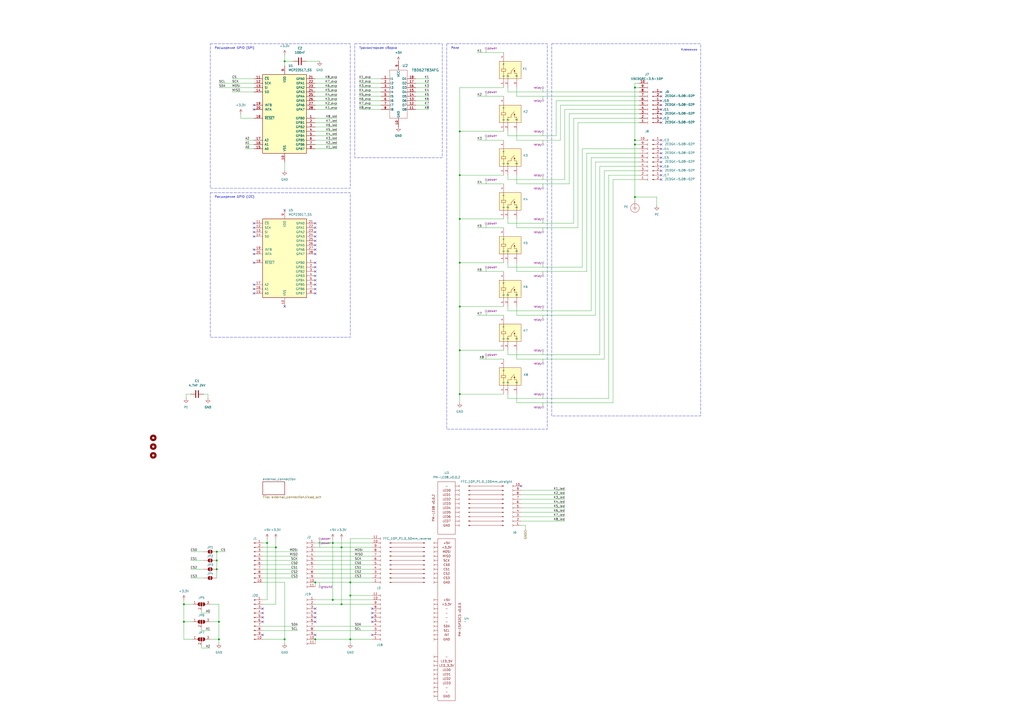
<source format=kicad_sch>
(kicad_sch (version 20231120) (generator "eeschema") (generator_version "8.0")
  (paper "A2")
  (title_block (title "${article} v${version}") (date "2024-05-29") (comment 2 "Konstantin"))
  (junction (at 165.1 370.84))
  (junction (at 368.3 83.82))
  (junction (at 266.7 228.6))
  (junction (at 266.7 127))
  (junction (at 182.88 337.82))
  (junction (at 106.68 360.68))
  (junction (at 203.2 370.84))
  (junction (at 165.1 35.56))
  (junction (at 106.68 350.52))
  (junction (at 154.94 314.96))
  (junction (at 127 360.68))
  (junction (at 266.7 203.2))
  (junction (at 198.12 350.52))
  (junction (at 182.88 370.84))
  (junction (at 266.7 152.4))
  (junction (at 127 370.84))
  (junction (at 160.02 317.5))
  (junction (at 125.73 330.2))
  (junction (at 193.04 347.98))
  (junction (at 125.73 320.04))
  (junction (at 193.04 314.96))
  (junction (at 125.73 325.12))
  (junction (at 368.3 50.8))
  (junction (at 203.2 337.82))
  (junction (at 203.2 345.44))
  (junction (at 266.7 177.8))
  (junction (at 198.12 317.5))
  (junction (at 266.7 101.6))
  (junction (at 368.3 81.28))
  (junction (at 368.3 114.3))
  (junction (at 266.7 76.2))
  (no_connect (at 182.88 132.08))
  (no_connect (at 383.54 81.28))
  (no_connect (at 383.54 101.6))
  (no_connect (at 182.88 134.62))
  (no_connect (at 147.32 170.18))
  (no_connect (at 383.54 91.44))
  (no_connect (at 182.88 139.7))
  (no_connect (at 147.32 60.96))
  (no_connect (at 147.32 63.5))
  (no_connect (at 182.88 137.16))
  (no_connect (at 182.88 154.94))
  (no_connect (at 383.54 66.04))
  (no_connect (at 147.32 134.62))
  (no_connect (at 165.1 121.92))
  (no_connect (at 147.32 137.16))
  (no_connect (at 215.9 368.3))
  (no_connect (at 383.54 93.98))
  (no_connect (at 215.9 358.14))
  (no_connect (at 152.4 353.06))
  (no_connect (at 147.32 167.64))
  (no_connect (at 152.4 368.3))
  (no_connect (at 152.4 358.14))
  (no_connect (at 147.32 147.32))
  (no_connect (at 215.9 360.68))
  (no_connect (at 152.4 355.6))
  (no_connect (at 182.88 160.02))
  (no_connect (at 182.88 170.18))
  (no_connect (at 182.88 152.4))
  (no_connect (at 152.4 360.68))
  (no_connect (at 383.54 104.14))
  (no_connect (at 182.88 355.6))
  (no_connect (at 147.32 152.4))
  (no_connect (at 182.88 358.14))
  (no_connect (at 182.88 129.54))
  (no_connect (at 302.26 281.94))
  (no_connect (at 383.54 63.5))
  (no_connect (at 383.54 86.36))
  (no_connect (at 383.54 99.06))
  (no_connect (at 215.9 355.6))
  (no_connect (at 383.54 88.9))
  (no_connect (at 383.54 60.96))
  (no_connect (at 182.88 162.56))
  (no_connect (at 383.54 71.12))
  (no_connect (at 182.88 147.32))
  (no_connect (at 182.88 360.68))
  (no_connect (at 383.54 55.88))
  (no_connect (at 182.88 368.3))
  (no_connect (at 182.88 144.78))
  (no_connect (at 182.88 142.24))
  (no_connect (at 182.88 167.64))
  (no_connect (at 147.32 129.54))
  (no_connect (at 182.88 353.06))
  (no_connect (at 165.1 177.8))
  (no_connect (at 147.32 144.78))
  (no_connect (at 182.88 157.48))
  (no_connect (at 215.9 353.06))
  (no_connect (at 383.54 58.42))
  (no_connect (at 182.88 165.1))
  (no_connect (at 147.32 132.08))
  (no_connect (at 383.54 83.82))
  (no_connect (at 147.32 165.1))
  (no_connect (at 383.54 96.52))
  (no_connect (at 383.54 53.34))
  (no_connect (at 383.54 68.58))
  (wire (pts (xy 198.12 317.5) (xy 198.12 350.52)))
  (wire (pts (xy 208.28 60.96) (xy 220.98 60.96)))
  (wire (pts (xy 294.64 104.14) (xy 327.66 104.14)))
  (wire (pts (xy 152.4 325.12) (xy 172.72 325.12)))
  (wire (pts (xy 292.1 228.6) (xy 266.7 228.6)))
  (wire (pts (xy 111.76 370.84) (xy 106.68 370.84)))
  (wire (pts (xy 203.2 345.44) (xy 203.2 370.84)))
  (wire (pts (xy 208.28 50.8) (xy 220.98 50.8)))
  (wire (pts (xy 195.58 63.5) (xy 182.88 63.5)))
  (wire (pts (xy 116.84 365.76) (xy 116.84 364.49)))
  (wire (pts (xy 195.58 53.34) (xy 182.88 53.34)))
  (wire (pts (xy 152.4 335.28) (xy 172.72 335.28)))
  (wire (pts (xy 248.92 58.42) (xy 241.3 58.42)))
  (wire (pts (xy 294.64 129.54) (xy 294.64 127)))
  (wire (pts (xy 208.28 48.26) (xy 220.98 48.26)))
  (wire (pts (xy 182.88 325.12) (xy 215.9 325.12)))
  (wire (pts (xy 350.52 99.06) (xy 370.84 99.06)))
  (wire (pts (xy 330.2 106.68) (xy 299.72 106.68)))
  (wire (pts (xy 208.28 55.88) (xy 220.98 55.88)))
  (wire (pts (xy 381 114.3) (xy 368.3 114.3)))
  (wire (pts (xy 302.26 299.72) (xy 327.66 299.72)))
  (wire (pts (xy 121.92 375.92) (xy 116.84 375.92)))
  (wire (pts (xy 381 119.38) (xy 381 114.3)))
  (wire (pts (xy 120.65 231.14) (xy 120.65 228.6)))
  (wire (pts (xy 370.84 63.5) (xy 327.66 63.5)))
  (wire (pts (xy 195.58 48.26) (xy 182.88 48.26)))
  (wire (pts (xy 292.1 81.28) (xy 276.86 81.28)))
  (wire (pts (xy 294.64 53.34) (xy 370.84 53.34)))
  (wire (pts (xy 327.66 104.14) (xy 327.66 63.5)))
  (wire (pts (xy 106.68 347.98) (xy 106.68 350.52)))
  (wire (pts (xy 134.62 45.72) (xy 147.32 45.72)))
  (wire (pts (xy 302.26 289.56) (xy 327.66 289.56)))
  (wire (pts (xy 165.1 35.56) (xy 170.18 35.56)))
  (wire (pts (xy 121.92 355.6) (xy 116.84 355.6)))
  (wire (pts (xy 266.7 76.2) (xy 266.7 101.6)))
  (wire (pts (xy 340.36 157.48) (xy 299.72 157.48)))
  (wire (pts (xy 195.58 68.58) (xy 182.88 68.58)))
  (wire (pts (xy 294.64 205.74) (xy 294.64 203.2)))
  (wire (pts (xy 152.4 350.52) (xy 160.02 350.52)))
  (wire (pts (xy 302.26 302.26) (xy 327.66 302.26)))
  (wire (pts (xy 266.7 127) (xy 266.7 152.4)))
  (wire (pts (xy 368.3 83.82) (xy 370.84 83.82)))
  (wire (pts (xy 142.24 81.28) (xy 147.32 81.28)))
  (wire (pts (xy 370.84 48.26) (xy 368.3 48.26)))
  (wire (pts (xy 342.9 91.44) (xy 370.84 91.44)))
  (wire (pts (xy 110.49 325.12) (xy 118.11 325.12)))
  (wire (pts (xy 116.84 375.92) (xy 116.84 374.65)))
  (wire (pts (xy 127 48.26) (xy 147.32 48.26)))
  (wire (pts (xy 322.58 58.42) (xy 322.58 78.74)))
  (wire (pts (xy 154.94 312.42) (xy 154.94 314.96)))
  (wire (pts (xy 152.4 314.96) (xy 154.94 314.96)))
  (wire (pts (xy 177.8 35.56) (xy 185.42 35.56)))
  (wire (pts (xy 165.1 93.98) (xy 165.1 99.06)))
  (wire (pts (xy 182.88 317.5) (xy 198.12 317.5)))
  (wire (pts (xy 292.1 30.48) (xy 276.86 30.48)))
  (wire (pts (xy 335.28 132.08) (xy 299.72 132.08)))
  (wire (pts (xy 335.28 71.12) (xy 335.28 132.08)))
  (wire (pts (xy 294.64 231.14) (xy 353.06 231.14)))
  (wire (pts (xy 302.26 297.18) (xy 327.66 297.18)))
  (wire (pts (xy 294.64 180.34) (xy 342.9 180.34)))
  (wire (pts (xy 248.92 60.96) (xy 241.3 60.96)))
  (wire (pts (xy 368.3 50.8) (xy 368.3 81.28)))
  (wire (pts (xy 121.92 350.52) (xy 127 350.52)))
  (wire (pts (xy 152.4 370.84) (xy 165.1 370.84)))
  (wire (pts (xy 110.49 228.6) (xy 107.95 228.6)))
  (wire (pts (xy 203.2 312.42) (xy 203.2 337.82)))
  (wire (pts (xy 121.92 360.68) (xy 127 360.68)))
  (wire (pts (xy 106.68 350.52) (xy 111.76 350.52)))
  (wire (pts (xy 160.02 312.42) (xy 160.02 317.5)))
  (wire (pts (xy 182.88 363.22) (xy 215.9 363.22)))
  (wire (pts (xy 368.3 81.28) (xy 368.3 83.82)))
  (wire (pts (xy 165.1 337.82) (xy 165.1 370.84)))
  (wire (pts (xy 355.6 233.68) (xy 355.6 104.14)))
  (wire (pts (xy 266.7 177.8) (xy 266.7 203.2)))
  (wire (pts (xy 266.7 228.6) (xy 266.7 233.68)))
  (wire (pts (xy 266.7 101.6) (xy 292.1 101.6)))
  (wire (pts (xy 139.7 66.04) (xy 139.7 68.58)))
  (wire (pts (xy 294.64 101.6) (xy 294.64 104.14)))
  (wire (pts (xy 127 360.68) (xy 127 370.84)))
  (wire (pts (xy 182.88 365.76) (xy 215.9 365.76)))
  (wire (pts (xy 266.7 101.6) (xy 266.7 127)))
  (wire (pts (xy 182.88 335.28) (xy 215.9 335.28)))
  (wire (pts (xy 345.44 182.88) (xy 299.72 182.88)))
  (wire (pts (xy 127 50.8) (xy 147.32 50.8)))
  (wire (pts (xy 368.3 83.82) (xy 368.3 114.3)))
  (wire (pts (xy 299.72 208.28) (xy 299.72 203.2)))
  (wire (pts (xy 195.58 50.8) (xy 182.88 50.8)))
  (wire (pts (xy 292.1 106.68) (xy 276.86 106.68)))
  (wire (pts (xy 347.98 96.52) (xy 347.98 205.74)))
  (wire (pts (xy 195.58 45.72) (xy 182.88 45.72)))
  (wire (pts (xy 152.4 320.04) (xy 172.72 320.04)))
  (wire (pts (xy 195.58 71.12) (xy 182.88 71.12)))
  (wire (pts (xy 195.58 60.96) (xy 182.88 60.96)))
  (wire (pts (xy 292.1 208.28) (xy 278.13 208.28)))
  (wire (pts (xy 195.58 81.28) (xy 182.88 81.28)))
  (wire (pts (xy 266.7 152.4) (xy 292.1 152.4)))
  (wire (pts (xy 154.94 314.96) (xy 154.94 347.98)))
  (wire (pts (xy 299.72 157.48) (xy 299.72 152.4)))
  (wire (pts (xy 195.58 83.82) (xy 182.88 83.82)))
  (wire (pts (xy 325.12 60.96) (xy 325.12 81.28)))
  (wire (pts (xy 370.84 68.58) (xy 332.74 68.58)))
  (wire (pts (xy 152.4 317.5) (xy 160.02 317.5)))
  (wire (pts (xy 294.64 180.34) (xy 294.64 177.8)))
  (wire (pts (xy 353.06 231.14) (xy 353.06 101.6)))
  (wire (pts (xy 304.8 307.34) (xy 304.8 304.8)))
  (wire (pts (xy 139.7 68.58) (xy 147.32 68.58)))
  (wire (pts (xy 193.04 312.42) (xy 193.04 314.96)))
  (wire (pts (xy 355.6 233.68) (xy 299.72 233.68)))
  (wire (pts (xy 294.64 154.94) (xy 337.82 154.94)))
  (wire (pts (xy 248.92 63.5) (xy 241.3 63.5)))
  (wire (pts (xy 370.84 50.8) (xy 368.3 50.8)))
  (wire (pts (xy 182.88 327.66) (xy 215.9 327.66)))
  (wire (pts (xy 111.76 360.68) (xy 106.68 360.68)))
  (wire (pts (xy 332.74 129.54) (xy 332.74 68.58)))
  (wire (pts (xy 152.4 363.22) (xy 172.72 363.22)))
  (wire (pts (xy 142.24 83.82) (xy 147.32 83.82)))
  (wire (pts (xy 116.84 355.6) (xy 116.84 354.33)))
  (wire (pts (xy 299.72 55.88) (xy 299.72 50.8)))
  (wire (pts (xy 208.28 45.72) (xy 220.98 45.72)))
  (wire (pts (xy 208.28 58.42) (xy 220.98 58.42)))
  (wire (pts (xy 107.95 228.6) (xy 107.95 231.14)))
  (wire (pts (xy 302.26 287.02) (xy 327.66 287.02)))
  (wire (pts (xy 345.44 93.98) (xy 370.84 93.98)))
  (wire (pts (xy 165.1 31.75) (xy 165.1 35.56)))
  (wire (pts (xy 152.4 330.2) (xy 172.72 330.2)))
  (wire (pts (xy 195.58 58.42) (xy 182.88 58.42)))
  (wire (pts (xy 347.98 96.52) (xy 370.84 96.52)))
  (wire (pts (xy 292.1 50.8) (xy 266.7 50.8)))
  (wire (pts (xy 208.28 53.34) (xy 220.98 53.34)))
  (wire (pts (xy 182.88 332.74) (xy 215.9 332.74)))
  (wire (pts (xy 152.4 322.58) (xy 172.72 322.58)))
  (wire (pts (xy 203.2 345.44) (xy 215.9 345.44)))
  (wire (pts (xy 193.04 314.96) (xy 215.9 314.96)))
  (wire (pts (xy 182.88 320.04) (xy 215.9 320.04)))
  (wire (pts (xy 368.3 114.3) (xy 368.3 116.84)))
  (wire (pts (xy 125.73 330.2) (xy 125.73 335.28)))
  (wire (pts (xy 182.88 370.84) (xy 182.88 373.38)))
  (wire (pts (xy 330.2 66.04) (xy 330.2 106.68)))
  (wire (pts (xy 340.36 88.9) (xy 370.84 88.9)))
  (wire (pts (xy 342.9 91.44) (xy 342.9 180.34)))
  (wire (pts (xy 134.62 53.34) (xy 147.32 53.34)))
  (wire (pts (xy 302.26 284.48) (xy 327.66 284.48)))
  (wire (pts (xy 106.68 370.84) (xy 106.68 360.68)))
  (wire (pts (xy 165.1 370.84) (xy 165.1 373.38)))
  (wire (pts (xy 195.58 76.2) (xy 182.88 76.2)))
  (wire (pts (xy 152.4 365.76) (xy 172.72 365.76)))
  (wire (pts (xy 182.88 330.2) (xy 215.9 330.2)))
  (wire (pts (xy 110.49 335.28) (xy 118.11 335.28)))
  (wire (pts (xy 299.72 55.88) (xy 370.84 55.88)))
  (wire (pts (xy 152.4 337.82) (xy 165.1 337.82)))
  (wire (pts (xy 266.7 152.4) (xy 266.7 177.8)))
  (wire (pts (xy 106.68 360.68) (xy 106.68 350.52)))
  (wire (pts (xy 120.65 228.6) (xy 118.11 228.6)))
  (wire (pts (xy 127 350.52) (xy 127 360.68)))
  (wire (pts (xy 325.12 81.28) (xy 299.72 81.28)))
  (wire (pts (xy 292.1 55.88) (xy 276.86 55.88)))
  (wire (pts (xy 248.92 53.34) (xy 241.3 53.34)))
  (wire (pts (xy 266.7 203.2) (xy 292.1 203.2)))
  (wire (pts (xy 152.4 327.66) (xy 172.72 327.66)))
  (wire (pts (xy 294.64 50.8) (xy 294.64 53.34)))
  (wire (pts (xy 370.84 60.96) (xy 325.12 60.96)))
  (wire (pts (xy 299.72 106.68) (xy 299.72 101.6)))
  (wire (pts (xy 208.28 63.5) (xy 220.98 63.5)))
  (wire (pts (xy 299.72 233.68) (xy 299.72 228.6)))
  (wire (pts (xy 125.73 320.04) (xy 130.81 320.04)))
  (wire (pts (xy 248.92 55.88) (xy 241.3 55.88)))
  (wire (pts (xy 182.88 314.96) (xy 193.04 314.96)))
  (wire (pts (xy 125.73 320.04) (xy 125.73 325.12)))
  (wire (pts (xy 198.12 312.42) (xy 198.12 317.5)))
  (wire (pts (xy 182.88 337.82) (xy 203.2 337.82)))
  (wire (pts (xy 302.26 294.64) (xy 327.66 294.64)))
  (wire (pts (xy 266.7 177.8) (xy 292.1 177.8)))
  (wire (pts (xy 337.82 154.94) (xy 337.82 86.36)))
  (wire (pts (xy 299.72 81.28) (xy 299.72 76.2)))
  (wire (pts (xy 340.36 88.9) (xy 340.36 157.48)))
  (wire (pts (xy 121.92 365.76) (xy 116.84 365.76)))
  (wire (pts (xy 337.82 86.36) (xy 370.84 86.36)))
  (wire (pts (xy 299.72 182.88) (xy 299.72 177.8)))
  (wire (pts (xy 195.58 73.66) (xy 182.88 73.66)))
  (wire (pts (xy 294.64 205.74) (xy 347.98 205.74)))
  (wire (pts (xy 195.58 78.74) (xy 182.88 78.74)))
  (wire (pts (xy 350.52 208.28) (xy 299.72 208.28)))
  (wire (pts (xy 152.4 332.74) (xy 172.72 332.74)))
  (wire (pts (xy 299.72 132.08) (xy 299.72 127)))
  (wire (pts (xy 292.1 157.48) (xy 276.86 157.48)))
  (wire (pts (xy 370.84 71.12) (xy 335.28 71.12)))
  (wire (pts (xy 182.88 350.52) (xy 198.12 350.52)))
  (wire (pts (xy 203.2 370.84) (xy 215.9 370.84)))
  (wire (pts (xy 370.84 101.6) (xy 353.06 101.6)))
  (wire (pts (xy 248.92 45.72) (xy 241.3 45.72)))
  (wire (pts (xy 193.04 314.96) (xy 193.04 347.98)))
  (wire (pts (xy 370.84 104.14) (xy 355.6 104.14)))
  (wire (pts (xy 266.7 50.8) (xy 266.7 76.2)))
  (wire (pts (xy 294.64 76.2) (xy 294.64 78.74)))
  (wire (pts (xy 294.64 78.74) (xy 322.58 78.74)))
  (wire (pts (xy 198.12 350.52) (xy 215.9 350.52)))
  (wire (pts (xy 248.92 48.26) (xy 241.3 48.26)))
  (wire (pts (xy 203.2 312.42) (xy 215.9 312.42)))
  (wire (pts (xy 182.88 347.98) (xy 193.04 347.98)))
  (wire (pts (xy 195.58 86.36) (xy 182.88 86.36)))
  (wire (pts (xy 292.1 76.2) (xy 266.7 76.2)))
  (wire (pts (xy 182.88 370.84) (xy 203.2 370.84)))
  (wire (pts (xy 294.64 129.54) (xy 332.74 129.54)))
  (wire (pts (xy 292.1 132.08) (xy 276.86 132.08)))
  (wire (pts (xy 370.84 81.28) (xy 368.3 81.28)))
  (wire (pts (xy 304.8 304.8) (xy 302.26 304.8)))
  (wire (pts (xy 142.24 86.36) (xy 147.32 86.36)))
  (wire (pts (xy 266.7 203.2) (xy 266.7 228.6)))
  (wire (pts (xy 203.2 373.38) (xy 203.2 370.84)))
  (wire (pts (xy 152.4 347.98) (xy 154.94 347.98)))
  (wire (pts (xy 195.58 55.88) (xy 182.88 55.88)))
  (wire (pts (xy 165.1 35.56) (xy 165.1 38.1)))
  (wire (pts (xy 350.52 208.28) (xy 350.52 99.06)))
  (wire (pts (xy 302.26 292.1) (xy 327.66 292.1)))
  (wire (pts (xy 203.2 337.82) (xy 203.2 345.44)))
  (wire (pts (xy 110.49 330.2) (xy 118.11 330.2)))
  (wire (pts (xy 125.73 325.12) (xy 125.73 330.2)))
  (wire (pts (xy 193.04 347.98) (xy 215.9 347.98)))
  (wire (pts (xy 160.02 317.5) (xy 160.02 350.52)))
  (wire (pts (xy 294.64 152.4) (xy 294.64 154.94)))
  (wire (pts (xy 182.88 337.82) (xy 182.88 340.36)))
  (wire (pts (xy 248.92 50.8) (xy 241.3 50.8)))
  (wire (pts (xy 370.84 66.04) (xy 330.2 66.04)))
  (wire (pts (xy 198.12 317.5) (xy 215.9 317.5)))
  (wire (pts (xy 292.1 182.88) (xy 276.86 182.88)))
  (wire (pts (xy 203.2 337.82) (xy 215.9 337.82)))
  (wire (pts (xy 322.58 58.42) (xy 370.84 58.42)))
  (wire (pts (xy 110.49 320.04) (xy 118.11 320.04)))
  (wire (pts (xy 345.44 182.88) (xy 345.44 93.98)))
  (wire (pts (xy 121.92 370.84) (xy 127 370.84)))
  (wire (pts (xy 182.88 322.58) (xy 215.9 322.58)))
  (wire (pts (xy 266.7 127) (xy 292.1 127)))
  (wire (pts (xy 294.64 231.14) (xy 294.64 228.6)))
  (wire (pts (xy 368.3 48.26) (xy 368.3 50.8)))
  (wire (pts (xy 127 370.84) (xy 127 373.38)))
  (rectangle (start 121.92 25.4) (end 203.2 109.22) (stroke (width 0) (type dash)))
  (rectangle (start 121.92 111.76) (end 203.2 195.58) (stroke (width 0) (type dash)))
  (rectangle (start 259.08 25.4) (end 317.5 248.92) (stroke (width 0) (type dash)))
  (rectangle (start 406.4 25.4) (end 320.04 241.3) (stroke (width 0) (type dash)))
  (rectangle (start 205.74 25.4) (end 256.54 91.44) (stroke (width 0) (type dash)))
  (text "Расширение GPIO (SPI)" (at 124.46 27.94 0) (effects (font (size 1.27 1.27)) (justify left)))
  (text "Транзисторная сборка" (at 208.28 27.94 0) (effects (font (size 1.27 1.27)) (justify left)))
  (text "Реле" (at 261.62 27.94 0) (effects (font (size 1.27 1.27)) (justify left)))
  (text "Расширение GPIO (I2C)" (at 124.46 114.3 0) (effects (font (size 1.27 1.27)) (justify left)))
  (text "Клеммник" (at 399.796 28.956 0) (effects (font (size 1.27 1.27))))
  (label "K8_led" (at 195.58 68.58 180))
  (label "MISO" (at 172.72 322.58 180))
  (label "K4" (at 248.92 53.34 180))
  (label "CS1" (at 205.74 330.2 0))
  (label "CS2" (at 205.74 332.74 0))
  (label "K6_exp" (at 195.58 50.8 180))
  (label "CS3" (at 110.49 335.28 0))
  (label "MISO" (at 134.62 53.34 0))
  (label "SCK" (at 172.72 325.12 180))
  (label "K7_exp" (at 208.28 60.96 0))
  (label "K6_led" (at 327.66 297.18 180))
  (label "K5_exp" (at 195.58 53.34 180))
  (label "K2_exp" (at 208.28 48.26 0))
  (label "SCL" (at 127 48.26 0))
  (label "K5_exp" (at 208.28 55.88 0))
  (label "A1" (at 142.24 83.82 0))
  (label "K2_exp" (at 195.58 60.96 180))
  (label "MOSI" (at 172.72 320.04 180))
  (label "CS3" (at 205.74 335.28 0))
  (label "K2" (at 276.86 55.88 0))
  (label "A2" (at 121.92 375.92 180))
  (label "K1_exp" (at 208.28 45.72 0))
  (label "K3" (at 248.92 50.8 180))
  (label "K8_exp" (at 208.28 63.5 0))
  (label "K7_led" (at 327.66 299.72 180))
  (label "A0" (at 142.24 86.36 0))
  (label "K1_led" (at 195.58 86.36 180))
  (label "K4" (at 276.86 106.68 0))
  (label "K3" (at 276.86 81.28 0))
  (label "K8" (at 248.92 63.5 180))
  (label "K1_led" (at 327.66 284.48 180))
  (label "K1" (at 248.92 45.72 180))
  (label "CS0" (at 172.72 327.66 180))
  (label "K4_exp" (at 208.28 53.34 0))
  (label "K5_led" (at 195.58 76.2 180))
  (label "A1" (at 121.92 365.76 180))
  (label "K7" (at 248.92 60.96 180))
  (label "SCK" (at 205.74 325.12 0))
  (label "CS0" (at 110.49 320.04 0))
  (label "CS2" (at 172.72 332.74 180))
  (label "K2_led" (at 195.58 83.82 180))
  (label "K2" (at 248.92 48.26 180))
  (label "SDA" (at 172.72 363.22 180))
  (label "K3_exp" (at 208.28 50.8 0))
  (label "CS" (at 130.81 320.04 180))
  (label "SCL" (at 172.72 365.76 180))
  (label "K4_led" (at 327.66 292.1 180))
  (label "K7_exp" (at 195.58 48.26 180))
  (label "K2_led" (at 327.66 287.02 180))
  (label "MISO" (at 205.74 322.58 0))
  (label "SDA" (at 127 50.8 0))
  (label "K8" (at 278.13 208.28 0))
  (label "K8_led" (at 327.66 302.26 180))
  (label "CS1" (at 110.49 325.12 0))
  (label "K4_exp" (at 195.58 55.88 180))
  (label "CS3" (at 172.72 335.28 180))
  (label "K6_exp" (at 208.28 58.42 0))
  (label "K5_led" (at 327.66 294.64 180))
  (label "K3_exp" (at 195.58 58.42 180))
  (label "K1_exp" (at 195.58 63.5 180))
  (label "SCK" (at 134.62 48.26 0))
  (label "SCL" (at 205.74 365.76 0))
  (label "MOSI" (at 205.74 320.04 0))
  (label "CS2" (at 110.49 330.2 0))
  (label "K3_led" (at 195.58 81.28 180))
  (label "CS0" (at 205.74 327.66 0))
  (label "K6" (at 248.92 58.42 180))
  (label "K6" (at 276.86 157.48 0))
  (label "K1" (at 276.86 30.48 0))
  (label "CS1" (at 172.72 330.2 180))
  (label "A2" (at 142.24 81.28 0))
  (label "K3_led" (at 327.66 289.56 180))
  (label "K7_led" (at 195.58 71.12 180))
  (label "K6_led" (at 195.58 73.66 180))
  (label "K5" (at 276.86 132.08 0))
  (label "SDA" (at 205.74 363.22 0))
  (label "CS" (at 134.62 45.72 0))
  (label "K7" (at 276.86 182.88 0))
  (label "MOSI" (at 134.62 50.8 0))
  (label "A0" (at 121.92 355.6 180))
  (label "K5" (at 248.92 55.88 180))
  (label "K4_led" (at 195.58 78.74 180))
  (label "K8_exp" (at 195.58 45.72 180))
  (hierarchical_label "GND" (shape input) (at 304.8 307.34 270))
  (netclass_flag "" (length 2.54) (shape round) (at 281.94 55.88 0) (property "Netclass" "power" (at 282.6385 53.34 0) (effects (font (italic yes)) (justify left))))
  (netclass_flag "" (length 2.54) (shape round) (at 314.96 157.48 180) (property "Netclass" "relay" (at 314.2615 160.02 0) (effects (font (italic yes)) (justify right))))
  (netclass_flag "" (length 2.54) (shape round) (at 185.42 314.96 0) (property "Netclass" "power" (at 186.1185 312.42 0) (effects (font (italic yes)) (justify left))))
  (netclass_flag "" (length 2.54) (shape round) (at 185.42 317.5 0) (property "Netclass" "power" (at 186.1185 314.96 0) (effects (font (italic yes)) (justify left))))
  (netclass_flag "" (length 2.54) (shape round) (at 314.96 154.94 0) (property "Netclass" "relay" (at 314.2615 152.4 0) (effects (font (italic yes)) (justify right))))
  (netclass_flag "" (length 2.54) (shape round) (at 281.94 132.08 0) (property "Netclass" "power" (at 282.6385 129.54 0) (effects (font (italic yes)) (justify left))))
  (netclass_flag "" (length 2.54) (shape round) (at 281.94 157.48 0) (property "Netclass" "power" (at 282.6385 154.94 0) (effects (font (italic yes)) (justify left))))
  (netclass_flag "" (length 2.54) (shape round) (at 314.96 53.34 0) (property "Netclass" "relay" (at 314.2615 50.8 0) (effects (font (italic yes)) (justify right))))
  (netclass_flag "" (length 2.54) (shape round) (at 314.96 55.88 180) (property "Netclass" "relay" (at 314.2615 58.42 0) (effects (font (italic yes)) (justify right))))
  (netclass_flag "" (length 2.54) (shape round) (at 185.42 337.82 180) (property "Netclass" "ground" (at 186.1185 340.36 0) (effects (font (italic yes)) (justify left))))
  (netclass_flag "" (length 2.54) (shape round) (at 281.94 30.48 0) (property "Netclass" "power" (at 282.6385 27.94 0) (effects (font (italic yes)) (justify left))))
  (netclass_flag "" (length 2.54) (shape round) (at 314.96 205.74 0) (property "Netclass" "relay" (at 314.2615 203.2 0) (effects (font (italic yes)) (justify right))))
  (netclass_flag "" (length 2.54) (shape round) (at 314.96 180.34 0) (property "Netclass" "relay" (at 314.2615 177.8 0) (effects (font (italic yes)) (justify right))))
  (netclass_flag "" (length 2.54) (shape round) (at 314.96 208.28 180) (property "Netclass" "relay" (at 314.2615 210.82 0) (effects (font (italic yes)) (justify right))))
  (netclass_flag "" (length 2.54) (shape round) (at 314.96 78.74 0) (property "Netclass" "relay" (at 314.2615 76.2 0) (effects (font (italic yes)) (justify right))))
  (netclass_flag "" (length 2.54) (shape round) (at 281.94 182.88 0) (property "Netclass" "power" (at 282.6385 180.34 0) (effects (font (italic yes)) (justify left))))
  (netclass_flag "" (length 2.54) (shape round) (at 314.96 132.08 180) (property "Netclass" "relay" (at 314.2615 134.62 0) (effects (font (italic yes)) (justify right))))
  (netclass_flag "" (length 2.54) (shape round) (at 314.96 231.14 0) (property "Netclass" "relay" (at 314.2615 228.6 0) (effects (font (italic yes)) (justify right))))
  (netclass_flag "" (length 2.54) (shape round) (at 281.94 208.28 0) (property "Netclass" "power" (at 282.6385 205.74 0) (effects (font (italic yes)) (justify left))))
  (netclass_flag "" (length 2.54) (shape round) (at 281.94 81.28 0) (property "Netclass" "power" (at 282.6385 78.74 0) (effects (font (italic yes)) (justify left))))
  (netclass_flag "" (length 2.54) (shape round) (at 314.96 104.14 0) (property "Netclass" "relay" (at 314.2615 101.6 0) (effects (font (italic yes)) (justify right))))
  (netclass_flag "" (length 2.54) (shape round) (at 314.96 106.68 180) (property "Netclass" "relay" (at 314.2615 109.22 0) (effects (font (italic yes)) (justify right))))
  (netclass_flag "" (length 2.54) (shape round) (at 314.96 182.88 180) (property "Netclass" "relay" (at 314.2615 185.42 0) (effects (font (italic yes)) (justify right))))
  (netclass_flag "" (length 2.54) (shape round) (at 314.96 129.54 0) (property "Netclass" "relay" (at 314.2615 127 0) (effects (font (italic yes)) (justify right))))
  (netclass_flag "" (length 2.54) (shape round) (at 314.96 233.68 180) (property "Netclass" "relay" (at 314.2615 236.22 0) (effects (font (italic yes)) (justify right))))
  (netclass_flag "" (length 2.54) (shape round) (at 314.96 81.28 180) (property "Netclass" "relay" (at 314.2615 83.82 0) (effects (font (italic yes)) (justify right))))
  (netclass_flag "" (length 2.54) (shape round) (at 281.94 106.68 0) (property "Netclass" "power" (at 282.6385 104.14 0) (effects (font (italic yes)) (justify left))))
  (symbol (lib_id "kicad_inventree_lib:PE") (at 368.3 116.84 0) (mirror y) (unit 1) (in_bom no)
    (property "Reference" "PE1" (effects (hide yes)))
    (property "Value" "PE" (at 364.49 120.0149 0) (effects (justify left)))
    (property "Footprint" "kicad_inventree_lib:PE" (effects (hide yes)))
    (property "Description" "Power symbol creates a global label with name \"Earth_Protective\"" (effects (hide yes)))
  )
  (symbol (lib_id "kicad_inventree_lib:MountingHole_M3") (at 88.9 259.08 0) (unit 1) (exclude_from_sim yes) (in_bom no)
    (property "Reference" "H2" (effects (hide yes)))
    (property "Value" "MountingHole_M3" (effects (hide yes)))
    (property "Footprint" "kicad_inventree_lib:MountingHole_M3" (effects (hide yes)))
    (property "Description" "Mounting Hole without connection" (effects (hide yes)))
  )
  (symbol (lib_id "kicad_inventree_lib:G5NB-1A-E-DC5") (at 292.1 154.94 90) (unit 1)
    (property "Reference" "K5" (at 303.53 140.9699 90) (effects (justify right)))
    (property "Value" "G5NB-1A-E-DC5" (effects (hide yes)))
    (property "Footprint" "kicad_inventree_lib:G5NB-1A-E_DC12_RELAY_G5NB-1A_DC5_OMR" (effects (hide yes)))
    (property "Datasheet" "http://inventree.network/part/14/" (effects (hide yes)))
    (property "MF" "Omron Electronics Inc-EMC Div" (effects (hide yes)))
    (property "Description_1" "\nPower PCB Relay, 3A/5A, SPST-NO, 12 VDC, G5NB Series | Omron Electronic Components G5NB-1A-E DC12\n" (effects (hide yes)))
    (property "COPYRIGHT" "Copyright (C) 2023 Ultra Librarian. All rights reserved." (effects (hide yes)))
    (property "Package" "None" (effects (hide yes)))
    (property "Price" "None" (effects (hide yes)))
    (property "Check_prices" "https://www.snapeda.com/parts/G5NB-1A-E%20DC12/Omron+Electronics+Inc-EMC+Div/view-part/?ref=eda" (effects (hide yes)))
    (property "Availability" "In Stock" (effects (hide yes)))
    (property "SnapEDA_Link" "https://www.snapeda.com/parts/G5NB-1A-E%20DC12/Omron+Electronics+Inc-EMC+Div/view-part/?ref=snap" (effects (hide yes)))
    (property "MP" "G5NB-1A-E DC12" (effects (hide yes)))
    (property "Purchase-URL" "https://www.snapeda.com/api/url_track_click_mouser/?unipart_id=3078279&manufacturer=Omron Electronics Inc-EMC Div&part_name=G5NB-1A-E DC12&search_term=g5nb" (effects (hide yes)))
    (property "MFR_NAME" "Omron" (effects (hide yes)))
    (property "MANUFACTURER_PART_NUMBER" "G5NB-1A-E DC12" (effects (hide yes)))
    (property "NextPCB_url" "https://www.hqonline.com/product-detail/oumulong-omron--g5nb-1a-e-5vdc-1025587015" (effects (hide yes)))
    (property "NextPCB_price" "0.88519" (effects (hide yes)))
    (property "part_ipn" "G5NB-1A-E-DC5" (effects (hide yes)))
  )
  (symbol (lib_id "kicad_inventree_lib:G5NB-1A-E-DC5") (at 292.1 104.14 90) (unit 1)
    (property "Reference" "K3" (at 303.53 90.1699 90) (effects (justify right)))
    (property "Value" "G5NB-1A-E-DC5" (effects (hide yes)))
    (property "Footprint" "kicad_inventree_lib:G5NB-1A-E_DC12_RELAY_G5NB-1A_DC5_OMR" (effects (hide yes)))
    (property "Datasheet" "http://inventree.network/part/14/" (effects (hide yes)))
    (property "MF" "Omron Electronics Inc-EMC Div" (effects (hide yes)))
    (property "Description_1" "\nPower PCB Relay, 3A/5A, SPST-NO, 12 VDC, G5NB Series | Omron Electronic Components G5NB-1A-E DC12\n" (effects (hide yes)))
    (property "COPYRIGHT" "Copyright (C) 2023 Ultra Librarian. All rights reserved." (effects (hide yes)))
    (property "Package" "None" (effects (hide yes)))
    (property "Price" "None" (effects (hide yes)))
    (property "Check_prices" "https://www.snapeda.com/parts/G5NB-1A-E%20DC12/Omron+Electronics+Inc-EMC+Div/view-part/?ref=eda" (effects (hide yes)))
    (property "Availability" "In Stock" (effects (hide yes)))
    (property "SnapEDA_Link" "https://www.snapeda.com/parts/G5NB-1A-E%20DC12/Omron+Electronics+Inc-EMC+Div/view-part/?ref=snap" (effects (hide yes)))
    (property "MP" "G5NB-1A-E DC12" (effects (hide yes)))
    (property "Purchase-URL" "https://www.snapeda.com/api/url_track_click_mouser/?unipart_id=3078279&manufacturer=Omron Electronics Inc-EMC Div&part_name=G5NB-1A-E DC12&search_term=g5nb" (effects (hide yes)))
    (property "MFR_NAME" "Omron" (effects (hide yes)))
    (property "MANUFACTURER_PART_NUMBER" "G5NB-1A-E DC12" (effects (hide yes)))
    (property "NextPCB_url" "https://www.hqonline.com/product-detail/oumulong-omron--g5nb-1a-e-5vdc-1025587015" (effects (hide yes)))
    (property "NextPCB_price" "0.88519" (effects (hide yes)))
    (property "part_ipn" "G5NB-1A-E-DC5" (effects (hide yes)))
  )
  (symbol (lib_id "kicad_inventree_lib:G5NB-1A-E-DC5") (at 292.1 231.14 90) (unit 1)
    (property "Reference" "K8" (at 305.054 217.424 90))
    (property "Value" "G5NB-1A-E-DC5" (effects (hide yes)))
    (property "Footprint" "kicad_inventree_lib:G5NB-1A-E_DC12_RELAY_G5NB-1A_DC5_OMR" (effects (hide yes)))
    (property "Datasheet" "http://inventree.network/part/14/" (effects (hide yes)))
    (property "MF" "Omron Electronics Inc-EMC Div" (effects (hide yes)))
    (property "Description_1" "\nPower PCB Relay, 3A/5A, SPST-NO, 12 VDC, G5NB Series | Omron Electronic Components G5NB-1A-E DC12\n" (effects (hide yes)))
    (property "COPYRIGHT" "Copyright (C) 2023 Ultra Librarian. All rights reserved." (effects (hide yes)))
    (property "Package" "None" (effects (hide yes)))
    (property "Price" "None" (effects (hide yes)))
    (property "Check_prices" "https://www.snapeda.com/parts/G5NB-1A-E%20DC12/Omron+Electronics+Inc-EMC+Div/view-part/?ref=eda" (effects (hide yes)))
    (property "Availability" "In Stock" (effects (hide yes)))
    (property "SnapEDA_Link" "https://www.snapeda.com/parts/G5NB-1A-E%20DC12/Omron+Electronics+Inc-EMC+Div/view-part/?ref=snap" (effects (hide yes)))
    (property "MP" "G5NB-1A-E DC12" (effects (hide yes)))
    (property "Purchase-URL" "https://www.snapeda.com/api/url_track_click_mouser/?unipart_id=3078279&manufacturer=Omron Electronics Inc-EMC Div&part_name=G5NB-1A-E DC12&search_term=g5nb" (effects (hide yes)))
    (property "MFR_NAME" "Omron" (effects (hide yes)))
    (property "MANUFACTURER_PART_NUMBER" "G5NB-1A-E DC12" (effects (hide yes)))
    (property "NextPCB_url" "https://www.hqonline.com/product-detail/oumulong-omron--g5nb-1a-e-5vdc-1025587015" (effects (hide yes)))
    (property "NextPCB_price" "0.88519" (effects (hide yes)))
    (property "part_ipn" "G5NB-1A-E-DC5" (effects (hide yes)))
  )
  (symbol (lib_id "power:GND") (at 165.1 373.38 0) (unit 1)
    (property "Reference" "#PWR023" (effects (hide yes)))
    (property "Value" "GND" (at 165.1 378.46 0))
    (property "Description" "Power symbol creates a global label with name \"GND\" , ground" (effects (hide yes)))
  )
  (symbol (lib_name "AFA07-S10FCC-00_1") (lib_id "kicad_inventree_lib:AFA07-S10FCC-00") (at 220.98 360.68 0) (mirror x) (unit 1)
    (property "Reference" "J18" (at 218.44 374.142 0) (effects (justify left)))
    (property "Value" "AFA07-S10FCC-00" (effects (hide yes)))
    (property "Footprint" "kicad_inventree_lib:CONN10_AFA07-S10_JUS" (effects (hide yes)))
    (property "Datasheet" "http://inventree.network/part/170/" (effects (hide yes)))
    (property "Description" "Generic connector, single row, 01x10, script generated" (effects (hide yes)))
    (property "part_ipn" "AFA07-S10FCC-00" (effects (hide yes)))
  )
  (symbol (lib_id "kicad_inventree_lib:Degson_2EDGK-5.08-02P") (at 383.54 86.36 0) (unit 1) (on_board no)
    (property "Reference" "J14" (at 388.112 86.36 0) (effects (justify right)))
    (property "Value" "2EDGK-5.08-02P" (at 403.098 88.646 0) (effects (justify right)))
    (property "Datasheet" "http://inventree.network/part/18/" (effects (hide yes)))
    (property "Description" "Generic connector, single row, 01x02, script generated" (effects (hide yes)))
    (property "NextPCB_url" "https://www.hqonline.com/product-detail/max-maixu--mx2edgk-5-08-02p-gn01-cu-y-a-1027943030" (effects (hide yes)))
    (property "NextPCB_price" "0.11828" (effects (hide yes)))
    (property "part_ipn" "2EDGK-5.08-02P" (effects (hide yes)))
  )
  (symbol (lib_id "power:+5V") (at 160.02 312.42 0) (unit 1)
    (property "Reference" "#PWR06" (effects (hide yes)))
    (property "Value" "+3.3V" (at 160.02 307.34 0))
    (property "Description" "Power symbol creates a global label with name \"+5V\"" (effects (hide yes)))
  )
  (symbol (lib_id "kicad_inventree_lib:Degson_2EDGK-5.08-02P") (at 383.54 58.42 0) (unit 1) (on_board no)
    (property "Reference" "J10" (at 388.112 58.42 0) (effects (justify right)))
    (property "Value" "2EDGK-5.08-02P" (at 403.098 60.706 0) (effects (justify right)))
    (property "Datasheet" "http://inventree.network/part/18/" (effects (hide yes)))
    (property "Description" "Generic connector, single row, 01x02, script generated" (effects (hide yes)))
    (property "NextPCB_url" "https://www.hqonline.com/product-detail/max-maixu--mx2edgk-5-08-02p-gn01-cu-y-a-1027943030" (effects (hide yes)))
    (property "NextPCB_price" "0.11828" (effects (hide yes)))
    (property "part_ipn" "2EDGK-5.08-02P" (effects (hide yes)))
  )
  (symbol (lib_id "kicad_inventree_lib:PinHeader_01x10_P1.00_THT_straight") (at 147.32 360.68 0) (unit 1)
    (property "Reference" "J20" (at 147.955 345.44 0))
    (property "Value" "PinHeader_01x10_P1.00_THT_straight" (effects (hide yes)))
    (property "Footprint" "Connector_PinHeader_1.00mm:PinHeader_1x10_P1.00mm_Vertical" (effects (hide yes)))
    (property "Description" "Generic connector, single row, 01x12, script generated" (effects (hide yes)))
  )
  (symbol (lib_id "kicad_inventree_lib:15EDGRC-3.5-10P") (at 375.92 60.96 0) (mirror x) (unit 1)
    (property "Reference" "J7" (at 375.285 43.18 0))
    (property "Value" "15EDGRC-3.5-10P" (at 375.285 45.72 0))
    (property "Footprint" "kicad_inventree_lib:15EDGRC-3.5-10P" (effects (hide yes)))
    (property "Datasheet" "http://inventree.network/part/237/" (effects (hide yes)))
    (property "Description" "Generic connector, single row, 01x09, script generated" (effects (hide yes)))
    (property "part_ipn" "15EDGRC-3.5-10P" (effects (hide yes)))
  )
  (symbol (lib_id "kicad_inventree_lib:PinHeader_01x10_P1.00_THT_straight") (at 147.32 327.66 0) (unit 1)
    (property "Reference" "J1" (at 147.955 312.42 0))
    (property "Value" "PinHeader_01x10_P1.00_THT_straight" (effects (hide yes)))
    (property "Footprint" "Connector_PinHeader_1.00mm:PinHeader_1x10_P1.00mm_Vertical" (effects (hide yes)))
    (property "Description" "Generic connector, single row, 01x12, script generated" (effects (hide yes)))
  )
  (symbol (lib_id "kicad_inventree_lib:FFC_10P_P1.0_50mm_reverse") (at 236.22 312.42 0) (unit 1) (on_board no)
    (property "Reference" "J4" (effects (hide yes)))
    (property "Value" "FFC_10P_P1.0_50mm_reverse" (at 236.22 312.42 0))
    (property "Datasheet" "http://inventree.network/part/171/" (effects (hide yes)))
    (property "part_ipn" "FFC_10P_P1.0_50mm_reverse" (effects (hide yes)))
  )
  (symbol (lib_id "Jumper:SolderJumper_2_Open") (at 121.92 325.12 0) (unit 1) (exclude_from_sim yes) (in_bom no)
    (property "Reference" "JP2" (at 121.92 322.58 0))
    (property "Value" "SolderJumper_2_Open" (effects (hide yes)))
    (property "Footprint" "Jumper:SolderJumper-2_P1.3mm_Open_RoundedPad1.0x1.5mm" (effects (hide yes)))
    (property "Description" "Solder Jumper, 2-pole, open" (effects (hide yes)))
  )
  (symbol (lib_id "kicad_inventree_lib:Degson_2EDGK-5.08-02P") (at 383.54 53.34 0) (unit 1) (on_board no)
    (property "Reference" "J9" (at 388.112 53.34 0) (effects (justify right)))
    (property "Value" "2EDGK-5.08-02P" (at 403.098 55.626 0) (effects (justify right)))
    (property "Datasheet" "http://inventree.network/part/18/" (effects (hide yes)))
    (property "Description" "Generic connector, single row, 01x02, script generated" (effects (hide yes)))
    (property "NextPCB_url" "https://www.hqonline.com/product-detail/max-maixu--mx2edgk-5-08-02p-gn01-cu-y-a-1027943030" (effects (hide yes)))
    (property "NextPCB_price" "0.11828" (effects (hide yes)))
    (property "part_ipn" "2EDGK-5.08-02P" (effects (hide yes)))
  )
  (symbol (lib_id "kicad_inventree_lib:MountingHole_M3") (at 88.9 254 0) (unit 1) (exclude_from_sim yes) (in_bom no)
    (property "Reference" "H1" (effects (hide yes)))
    (property "Value" "MountingHole_M3" (effects (hide yes)))
    (property "Footprint" "kicad_inventree_lib:MountingHole_M3" (effects (hide yes)))
    (property "Description" "Mounting Hole without connection" (effects (hide yes)))
  )
  (symbol (lib_id "Jumper:SolderJumper_2_Open") (at 121.92 330.2 0) (unit 1) (exclude_from_sim yes) (in_bom no)
    (property "Reference" "JP3" (at 121.92 327.66 0))
    (property "Value" "SolderJumper_2_Open" (effects (hide yes)))
    (property "Footprint" "Jumper:SolderJumper-2_P1.3mm_Open_RoundedPad1.0x1.5mm" (effects (hide yes)))
    (property "Description" "Solder Jumper, 2-pole, open" (effects (hide yes)))
  )
  (symbol (lib_id "power:GND") (at 203.2 373.38 0) (unit 1)
    (property "Reference" "#PWR020" (effects (hide yes)))
    (property "Value" "GND" (at 203.2 378.46 0))
    (property "Description" "Power symbol creates a global label with name \"GND\" , ground" (effects (hide yes)))
  )
  (symbol (lib_id "kicad_inventree_lib:TBD62783AFG") (at 210.82 45.72 0) (unit 1)
    (property "Reference" "U2" (at 233.3341 38.1 0) (effects (font (size 1.524 1.524)) (justify left)))
    (property "Value" "TBD62783AFG" (at 238.76 40.64 0) (effects (font (size 1.524 1.524)) (justify left)))
    (property "Footprint" "kicad_inventree_lib:SOP18-P-375-1p27_TOS-M" (effects (hide yes)))
    (property "Datasheet" "http://inventree.network/part/260/" (effects (hide yes)))
    (property "part_ipn" "TBD62783AFG" (effects (hide yes)))
  )
  (symbol (lib_id "power:+5V") (at 193.04 312.42 0) (unit 1)
    (property "Reference" "#PWR011" (effects (hide yes)))
    (property "Value" "+5V" (at 193.04 307.34 0))
    (property "Description" "Power symbol creates a global label with name \"+5V\"" (effects (hide yes)))
  )
  (symbol (lib_id "kicad_inventree_lib:G5NB-1A-E-DC5") (at 292.1 78.74 90) (unit 1)
    (property "Reference" "K2" (at 303.53 64.7699 90) (effects (justify right)))
    (property "Value" "G5NB-1A-E-DC5" (effects (hide yes)))
    (property "Footprint" "kicad_inventree_lib:G5NB-1A-E_DC12_RELAY_G5NB-1A_DC5_OMR" (effects (hide yes)))
    (property "Datasheet" "http://inventree.network/part/14/" (effects (hide yes)))
    (property "MF" "Omron Electronics Inc-EMC Div" (effects (hide yes)))
    (property "Description_1" "\nPower PCB Relay, 3A/5A, SPST-NO, 12 VDC, G5NB Series | Omron Electronic Components G5NB-1A-E DC12\n" (effects (hide yes)))
    (property "COPYRIGHT" "Copyright (C) 2023 Ultra Librarian. All rights reserved." (effects (hide yes)))
    (property "Package" "None" (effects (hide yes)))
    (property "Price" "None" (effects (hide yes)))
    (property "Check_prices" "https://www.snapeda.com/parts/G5NB-1A-E%20DC12/Omron+Electronics+Inc-EMC+Div/view-part/?ref=eda" (effects (hide yes)))
    (property "Availability" "In Stock" (effects (hide yes)))
    (property "SnapEDA_Link" "https://www.snapeda.com/parts/G5NB-1A-E%20DC12/Omron+Electronics+Inc-EMC+Div/view-part/?ref=snap" (effects (hide yes)))
    (property "MP" "G5NB-1A-E DC12" (effects (hide yes)))
    (property "Purchase-URL" "https://www.snapeda.com/api/url_track_click_mouser/?unipart_id=3078279&manufacturer=Omron Electronics Inc-EMC Div&part_name=G5NB-1A-E DC12&search_term=g5nb" (effects (hide yes)))
    (property "MFR_NAME" "Omron" (effects (hide yes)))
    (property "MANUFACTURER_PART_NUMBER" "G5NB-1A-E DC12" (effects (hide yes)))
    (property "NextPCB_url" "https://www.hqonline.com/product-detail/oumulong-omron--g5nb-1a-e-5vdc-1025587015" (effects (hide yes)))
    (property "NextPCB_price" "0.88519" (effects (hide yes)))
    (property "part_ipn" "G5NB-1A-E-DC5" (effects (hide yes)))
  )
  (symbol (lib_id "power:+5V") (at 139.7 66.04 0) (mirror y) (unit 1)
    (property "Reference" "#PWR03" (effects (hide yes)))
    (property "Value" "+3.3V" (at 139.7 60.96 0))
    (property "Description" "Power symbol creates a global label with name \"+5V\"" (effects (hide yes)))
  )
  (symbol (lib_id "power:+5V") (at 198.12 312.42 0) (unit 1)
    (property "Reference" "#PWR013" (effects (hide yes)))
    (property "Value" "+3.3V" (at 198.12 307.34 0))
    (property "Description" "Power symbol creates a global label with name \"+5V\"" (effects (hide yes)))
  )
  (symbol (lib_id "Jumper:SolderJumper_3_Open") (at 116.84 350.52 0) (unit 1) (exclude_from_sim yes) (in_bom no)
    (property "Reference" "JP5" (at 116.84 346.71 0))
    (property "Value" "SolderJumper_3_Open" (effects (hide yes)))
    (property "Footprint" "Jumper:SolderJumper-3_P1.3mm_Open_RoundedPad1.0x1.5mm" (effects (hide yes)))
    (property "Description" "Solder Jumper, 3-pole, open" (effects (hide yes)))
  )
  (symbol (lib_id "kicad_inventree_lib:G5NB-1A-E-DC5") (at 292.1 129.54 90) (unit 1)
    (property "Reference" "K4" (at 303.53 115.5699 90) (effects (justify right)))
    (property "Value" "G5NB-1A-E-DC5" (effects (hide yes)))
    (property "Footprint" "kicad_inventree_lib:G5NB-1A-E_DC12_RELAY_G5NB-1A_DC5_OMR" (effects (hide yes)))
    (property "Datasheet" "http://inventree.network/part/14/" (effects (hide yes)))
    (property "MF" "Omron Electronics Inc-EMC Div" (effects (hide yes)))
    (property "Description_1" "\nPower PCB Relay, 3A/5A, SPST-NO, 12 VDC, G5NB Series | Omron Electronic Components G5NB-1A-E DC12\n" (effects (hide yes)))
    (property "COPYRIGHT" "Copyright (C) 2023 Ultra Librarian. All rights reserved." (effects (hide yes)))
    (property "Package" "None" (effects (hide yes)))
    (property "Price" "None" (effects (hide yes)))
    (property "Check_prices" "https://www.snapeda.com/parts/G5NB-1A-E%20DC12/Omron+Electronics+Inc-EMC+Div/view-part/?ref=eda" (effects (hide yes)))
    (property "Availability" "In Stock" (effects (hide yes)))
    (property "SnapEDA_Link" "https://www.snapeda.com/parts/G5NB-1A-E%20DC12/Omron+Electronics+Inc-EMC+Div/view-part/?ref=snap" (effects (hide yes)))
    (property "MP" "G5NB-1A-E DC12" (effects (hide yes)))
    (property "Purchase-URL" "https://www.snapeda.com/api/url_track_click_mouser/?unipart_id=3078279&manufacturer=Omron Electronics Inc-EMC Div&part_name=G5NB-1A-E DC12&search_term=g5nb" (effects (hide yes)))
    (property "MFR_NAME" "Omron" (effects (hide yes)))
    (property "MANUFACTURER_PART_NUMBER" "G5NB-1A-E DC12" (effects (hide yes)))
    (property "NextPCB_url" "https://www.hqonline.com/product-detail/oumulong-omron--g5nb-1a-e-5vdc-1025587015" (effects (hide yes)))
    (property "NextPCB_price" "0.88519" (effects (hide yes)))
    (property "part_ipn" "G5NB-1A-E-DC5" (effects (hide yes)))
  )
  (symbol (lib_id "kicad_inventree_lib:G5NB-1A-E-DC5") (at 292.1 53.34 90) (unit 1)
    (property "Reference" "K1" (at 305.816 39.878 90) (effects (justify left)))
    (property "Value" "G5NB-1A-E-DC5" (effects (hide yes)))
    (property "Footprint" "kicad_inventree_lib:G5NB-1A-E_DC12_RELAY_G5NB-1A_DC5_OMR" (effects (hide yes)))
    (property "Datasheet" "http://inventree.network/part/14/" (effects (hide yes)))
    (property "MF" "Omron Electronics Inc-EMC Div" (effects (hide yes)))
    (property "Description_1" "\nPower PCB Relay, 3A/5A, SPST-NO, 12 VDC, G5NB Series | Omron Electronic Components G5NB-1A-E DC12\n" (effects (hide yes)))
    (property "COPYRIGHT" "Copyright (C) 2023 Ultra Librarian. All rights reserved." (effects (hide yes)))
    (property "Package" "None" (effects (hide yes)))
    (property "Price" "None" (effects (hide yes)))
    (property "Check_prices" "https://www.snapeda.com/parts/G5NB-1A-E%20DC12/Omron+Electronics+Inc-EMC+Div/view-part/?ref=eda" (effects (hide yes)))
    (property "Availability" "In Stock" (effects (hide yes)))
    (property "SnapEDA_Link" "https://www.snapeda.com/parts/G5NB-1A-E%20DC12/Omron+Electronics+Inc-EMC+Div/view-part/?ref=snap" (effects (hide yes)))
    (property "MP" "G5NB-1A-E DC12" (effects (hide yes)))
    (property "Purchase-URL" "https://www.snapeda.com/api/url_track_click_mouser/?unipart_id=3078279&manufacturer=Omron Electronics Inc-EMC Div&part_name=G5NB-1A-E DC12&search_term=g5nb" (effects (hide yes)))
    (property "MFR_NAME" "Omron" (effects (hide yes)))
    (property "MANUFACTURER_PART_NUMBER" "G5NB-1A-E DC12" (effects (hide yes)))
    (property "NextPCB_url" "https://www.hqonline.com/product-detail/oumulong-omron--g5nb-1a-e-5vdc-1025587015" (effects (hide yes)))
    (property "NextPCB_price" "0.88519" (effects (hide yes)))
    (property "part_ipn" "G5NB-1A-E-DC5" (effects (hide yes)))
  )
  (symbol (lib_id "kicad_inventree_lib:Degson_2EDGK-5.08-02P") (at 383.54 63.5 0) (unit 1) (on_board no)
    (property "Reference" "J11" (at 388.112 63.5 0) (effects (justify right)))
    (property "Value" "2EDGK-5.08-02P" (at 403.098 65.786 0) (effects (justify right)))
    (property "Datasheet" "http://inventree.network/part/18/" (effects (hide yes)))
    (property "Description" "Generic connector, single row, 01x02, script generated" (effects (hide yes)))
    (property "NextPCB_url" "https://www.hqonline.com/product-detail/max-maixu--mx2edgk-5-08-02p-gn01-cu-y-a-1027943030" (effects (hide yes)))
    (property "NextPCB_price" "0.11828" (effects (hide yes)))
    (property "part_ipn" "2EDGK-5.08-02P" (effects (hide yes)))
  )
  (symbol (lib_id "power:+5V") (at 165.1 31.75 0) (mirror y) (unit 1)
    (property "Reference" "#PWR07" (effects (hide yes)))
    (property "Value" "+3.3V" (at 165.1 26.67 0))
    (property "Description" "Power symbol creates a global label with name \"+5V\"" (effects (hide yes)))
  )
  (symbol (lib_id "kicad_inventree_lib:C_100nF_16V_0603_MLCC-X7R") (at 173.99 35.56 90) (unit 1)
    (property "Reference" "C2" (at 173.99 27.94 90))
    (property "Value" "100nF" (at 173.99 30.48 90))
    (property "Footprint" "Capacitor_SMD:C_0603_1608Metric" (effects (hide yes)))
    (property "Datasheet" "http://inventree.network/part/221" (effects (hide yes)))
    (property "Description" "Unpolarized capacitor" (effects (hide yes)))
    (property "part_ipn" "C_100nF_16V_0603_MLCC-X7R" (effects (hide yes)))
  )
  (symbol (lib_id "power:GND") (at 185.42 35.56 0) (mirror y) (unit 1)
    (property "Reference" "#PWR010" (effects (hide yes)))
    (property "Value" "GND" (at 185.42 40.64 0))
    (property "Description" "Power symbol creates a global label with name \"GND\" , ground" (effects (hide yes)))
  )
  (symbol (lib_id "kicad_inventree_lib:PM-ESP32C3_v0.0.5") (at 259.08 309.88 0) (unit 1) (in_bom no)
    (property "Reference" "U4" (at 269.24 358.7749 0) (effects (justify left)))
    (property "Value" "~" (at 269.24 360.68 0) (effects (justify left)))
    (property "Footprint" "kicad_inventree_lib:PM-ESP32C3_v0.0.5" (effects (hide yes)))
    (property "part_ipn" "PM-ESP32C3_v0.0.4" (effects (hide yes)))
  )
  (symbol (lib_id "power:GND") (at 127 373.38 0) (mirror y) (unit 1)
    (property "Reference" "#PWR018" (effects (hide yes)))
    (property "Value" "GND" (at 127 378.46 0))
    (property "Description" "Power symbol creates a global label with name \"GND\" , ground" (effects (hide yes)))
  )
  (symbol (lib_id "kicad_inventree_lib:G5NB-1A-E-DC5") (at 292.1 180.34 90) (unit 1)
    (property "Reference" "K6" (at 303.53 166.3699 90) (effects (justify right)))
    (property "Value" "G5NB-1A-E-DC5" (effects (hide yes)))
    (property "Footprint" "kicad_inventree_lib:G5NB-1A-E_DC12_RELAY_G5NB-1A_DC5_OMR" (effects (hide yes)))
    (property "Datasheet" "http://inventree.network/part/14/" (effects (hide yes)))
    (property "MF" "Omron Electronics Inc-EMC Div" (effects (hide yes)))
    (property "Description_1" "\nPower PCB Relay, 3A/5A, SPST-NO, 12 VDC, G5NB Series | Omron Electronic Components G5NB-1A-E DC12\n" (effects (hide yes)))
    (property "COPYRIGHT" "Copyright (C) 2023 Ultra Librarian. All rights reserved." (effects (hide yes)))
    (property "Package" "None" (effects (hide yes)))
    (property "Price" "None" (effects (hide yes)))
    (property "Check_prices" "https://www.snapeda.com/parts/G5NB-1A-E%20DC12/Omron+Electronics+Inc-EMC+Div/view-part/?ref=eda" (effects (hide yes)))
    (property "Availability" "In Stock" (effects (hide yes)))
    (property "SnapEDA_Link" "https://www.snapeda.com/parts/G5NB-1A-E%20DC12/Omron+Electronics+Inc-EMC+Div/view-part/?ref=snap" (effects (hide yes)))
    (property "MP" "G5NB-1A-E DC12" (effects (hide yes)))
    (property "Purchase-URL" "https://www.snapeda.com/api/url_track_click_mouser/?unipart_id=3078279&manufacturer=Omron Electronics Inc-EMC Div&part_name=G5NB-1A-E DC12&search_term=g5nb" (effects (hide yes)))
    (property "MFR_NAME" "Omron" (effects (hide yes)))
    (property "MANUFACTURER_PART_NUMBER" "G5NB-1A-E DC12" (effects (hide yes)))
    (property "NextPCB_url" "https://www.hqonline.com/product-detail/oumulong-omron--g5nb-1a-e-5vdc-1025587015" (effects (hide yes)))
    (property "NextPCB_price" "0.88519" (effects (hide yes)))
    (property "part_ipn" "G5NB-1A-E-DC5" (effects (hide yes)))
  )
  (symbol (lib_id "Jumper:SolderJumper_2_Open") (at 121.92 320.04 0) (unit 1) (exclude_from_sim yes) (in_bom no)
    (property "Reference" "JP1" (at 121.92 317.5 0))
    (property "Value" "SolderJumper_2_Open" (effects (hide yes)))
    (property "Footprint" "Jumper:SolderJumper-2_P1.3mm_Open_RoundedPad1.0x1.5mm" (effects (hide yes)))
    (property "Description" "Solder Jumper, 2-pole, open" (effects (hide yes)))
  )
  (symbol (lib_id "power:+5V") (at 154.94 312.42 0) (unit 1)
    (property "Reference" "#PWR04" (effects (hide yes)))
    (property "Value" "+5V" (at 154.94 307.34 0))
    (property "Description" "Power symbol creates a global label with name \"+5V\"" (effects (hide yes)))
  )
  (symbol (lib_id "kicad_inventree_lib:Degson_2EDGK-5.08-02P") (at 383.54 101.6 0) (unit 1) (on_board no)
    (property "Reference" "J17" (at 388.112 101.6 0) (effects (justify right)))
    (property "Value" "2EDGK-5.08-02P" (at 403.098 103.886 0) (effects (justify right)))
    (property "Datasheet" "http://inventree.network/part/18/" (effects (hide yes)))
    (property "Description" "Generic connector, single row, 01x02, script generated" (effects (hide yes)))
    (property "NextPCB_url" "https://www.hqonline.com/product-detail/max-maixu--mx2edgk-5-08-02p-gn01-cu-y-a-1027943030" (effects (hide yes)))
    (property "NextPCB_price" "0.11828" (effects (hide yes)))
    (property "part_ipn" "2EDGK-5.08-02P" (effects (hide yes)))
  )
  (symbol (lib_id "Jumper:SolderJumper_3_Open") (at 116.84 360.68 0) (unit 1) (exclude_from_sim yes) (in_bom no)
    (property "Reference" "JP6" (at 116.84 356.87 0))
    (property "Value" "SolderJumper_3_Open" (effects (hide yes)))
    (property "Footprint" "Jumper:SolderJumper-3_P1.3mm_Open_RoundedPad1.0x1.5mm" (effects (hide yes)))
    (property "Description" "Solder Jumper, 3-pole, open" (effects (hide yes)))
  )
  (symbol (lib_id "kicad_inventree_lib:MountingHole_M3") (at 88.9 264.16 0) (unit 1) (exclude_from_sim yes) (in_bom no)
    (property "Reference" "H3" (effects (hide yes)))
    (property "Value" "MountingHole_M3" (effects (hide yes)))
    (property "Footprint" "kicad_inventree_lib:MountingHole_M3" (effects (hide yes)))
    (property "Description" "Mounting Hole without connection" (effects (hide yes)))
  )
  (symbol (lib_id "kicad_inventree_lib:G5NB-1A-E-DC5") (at 292.1 205.74 90) (unit 1)
    (property "Reference" "K7" (at 303.53 191.7699 90) (effects (justify right)))
    (property "Value" "G5NB-1A-E-DC5" (effects (hide yes)))
    (property "Footprint" "kicad_inventree_lib:G5NB-1A-E_DC12_RELAY_G5NB-1A_DC5_OMR" (effects (hide yes)))
    (property "Datasheet" "http://inventree.network/part/14/" (effects (hide yes)))
    (property "MF" "Omron Electronics Inc-EMC Div" (effects (hide yes)))
    (property "Description_1" "\nPower PCB Relay, 3A/5A, SPST-NO, 12 VDC, G5NB Series | Omron Electronic Components G5NB-1A-E DC12\n" (effects (hide yes)))
    (property "COPYRIGHT" "Copyright (C) 2023 Ultra Librarian. All rights reserved." (effects (hide yes)))
    (property "Package" "None" (effects (hide yes)))
    (property "Price" "None" (effects (hide yes)))
    (property "Check_prices" "https://www.snapeda.com/parts/G5NB-1A-E%20DC12/Omron+Electronics+Inc-EMC+Div/view-part/?ref=eda" (effects (hide yes)))
    (property "Availability" "In Stock" (effects (hide yes)))
    (property "SnapEDA_Link" "https://www.snapeda.com/parts/G5NB-1A-E%20DC12/Omron+Electronics+Inc-EMC+Div/view-part/?ref=snap" (effects (hide yes)))
    (property "MP" "G5NB-1A-E DC12" (effects (hide yes)))
    (property "Purchase-URL" "https://www.snapeda.com/api/url_track_click_mouser/?unipart_id=3078279&manufacturer=Omron Electronics Inc-EMC Div&part_name=G5NB-1A-E DC12&search_term=g5nb" (effects (hide yes)))
    (property "MFR_NAME" "Omron" (effects (hide yes)))
    (property "MANUFACTURER_PART_NUMBER" "G5NB-1A-E DC12" (effects (hide yes)))
    (property "NextPCB_url" "https://www.hqonline.com/product-detail/oumulong-omron--g5nb-1a-e-5vdc-1025587015" (effects (hide yes)))
    (property "NextPCB_price" "0.88519" (effects (hide yes)))
    (property "part_ipn" "G5NB-1A-E-DC5" (effects (hide yes)))
  )
  (symbol (lib_id "power:GND") (at 107.95 231.14 0) (unit 1)
    (property "Reference" "#PWR01" (effects (hide yes)))
    (property "Value" "PE" (at 107.95 236.22 0))
    (property "Description" "Power symbol creates a global label with name \"GND\" , ground" (effects (hide yes)))
  )
  (symbol (lib_id "kicad_inventree_lib:AFA07-S10FCC-00") (at 297.18 294.64 180) (unit 1)
    (property "Reference" "J6" (at 299.72 308.864 0) (effects (justify left)))
    (property "Value" "AFA07-S10FCC-00" (effects (hide yes)))
    (property "Footprint" "kicad_inventree_lib:CONN10_AFA07-S10_JUS" (effects (hide yes)))
    (property "Datasheet" "http://inventree.network/part/170/" (effects (hide yes)))
    (property "Description" "Generic connector, single row, 01x10, script generated" (effects (hide yes)))
    (property "part_ipn" "AFA07-S10FCC-00" (effects (hide yes)))
  )
  (symbol (lib_id "kicad_inventree_lib:Degson_2EDGK-5.08-02P") (at 383.54 91.44 0) (unit 1) (on_board no)
    (property "Reference" "J15" (at 388.112 91.44 0) (effects (justify right)))
    (property "Value" "2EDGK-5.08-02P" (at 403.098 93.726 0) (effects (justify right)))
    (property "Datasheet" "http://inventree.network/part/18/" (effects (hide yes)))
    (property "Description" "Generic connector, single row, 01x02, script generated" (effects (hide yes)))
    (property "NextPCB_url" "https://www.hqonline.com/product-detail/max-maixu--mx2edgk-5-08-02p-gn01-cu-y-a-1027943030" (effects (hide yes)))
    (property "NextPCB_price" "0.11828" (effects (hide yes)))
    (property "part_ipn" "2EDGK-5.08-02P" (effects (hide yes)))
  )
  (symbol (lib_id "kicad_inventree_lib:Degson_2EDGK-5.08-02P") (at 383.54 96.52 0) (unit 1) (on_board no)
    (property "Reference" "J16" (at 388.112 96.52 0) (effects (justify right)))
    (property "Value" "2EDGK-5.08-02P" (at 403.098 98.806 0) (effects (justify right)))
    (property "Datasheet" "http://inventree.network/part/18/" (effects (hide yes)))
    (property "Description" "Generic connector, single row, 01x02, script generated" (effects (hide yes)))
    (property "NextPCB_url" "https://www.hqonline.com/product-detail/max-maixu--mx2edgk-5-08-02p-gn01-cu-y-a-1027943030" (effects (hide yes)))
    (property "NextPCB_price" "0.11828" (effects (hide yes)))
    (property "part_ipn" "2EDGK-5.08-02P" (effects (hide yes)))
  )
  (symbol (lib_id "kicad_inventree_lib:FFC_10P_P1.0_100mm_straight") (at 281.94 279.4 0) (unit 1) (on_board no)
    (property "Reference" "J5" (effects (hide yes)))
    (property "Value" "FFC_10P_P1.0_100mm_straight" (at 267.208 279.4 0) (effects (justify left)))
    (property "Datasheet" "http://inventree.network/part/172/" (effects (hide yes)))
    (property "part_ipn" "FFC_10P_P1.0_100mm_straight" (effects (hide yes)))
  )
  (symbol (lib_id "Jumper:SolderJumper_2_Open") (at 121.92 335.28 0) (unit 1) (exclude_from_sim yes) (in_bom no)
    (property "Reference" "JP4" (at 121.92 332.74 0))
    (property "Value" "SolderJumper_2_Open" (effects (hide yes)))
    (property "Footprint" "Jumper:SolderJumper-2_P1.3mm_Open_RoundedPad1.0x1.5mm" (effects (hide yes)))
    (property "Description" "Solder Jumper, 2-pole, open" (effects (hide yes)))
  )
  (symbol (lib_id "Jumper:SolderJumper_3_Open") (at 116.84 370.84 0) (unit 1) (exclude_from_sim yes) (in_bom no)
    (property "Reference" "JP7" (at 116.84 367.03 0))
    (property "Value" "SolderJumper_3_Open" (effects (hide yes)))
    (property "Footprint" "Jumper:SolderJumper-3_P1.3mm_Open_RoundedPad1.0x1.5mm" (effects (hide yes)))
    (property "Description" "Solder Jumper, 3-pole, open" (effects (hide yes)))
  )
  (symbol (lib_id "kicad_inventree_lib:Degson_2EDGK-5.08-02P") (at 383.54 68.58 0) (unit 1) (on_board no)
    (property "Reference" "J12" (at 388.112 68.58 0) (effects (justify right)))
    (property "Value" "2EDGK-5.08-02P" (at 403.098 70.866 0) (effects (justify right)))
    (property "Datasheet" "http://inventree.network/part/18/" (effects (hide yes)))
    (property "Description" "Generic connector, single row, 01x02, script generated" (effects (hide yes)))
    (property "NextPCB_url" "https://www.hqonline.com/product-detail/max-maixu--mx2edgk-5-08-02p-gn01-cu-y-a-1027943030" (effects (hide yes)))
    (property "NextPCB_price" "0.11828" (effects (hide yes)))
    (property "part_ipn" "2EDGK-5.08-02P" (effects (hide yes)))
  )
  (symbol (lib_id "kicad_inventree_lib:PM-LED8_v0.0.2") (at 259.08 276.86 0) (unit 1) (in_bom no)
    (property "Reference" "U3" (at 259.08 274.32 0))
    (property "Value" "PM-LED8_v0.0.2" (at 259.08 276.86 0))
    (property "Footprint" "kicad_inventree_lib:PM-LED_v0.0.2" (effects (hide yes)))
    (property "part_ipn" "PM-LED8_v0.0.1" (effects (hide yes)))
  )
  (symbol (lib_name "AFA07-S10FCC-00_2") (lib_id "kicad_inventree_lib:AFA07-S10FCC-00") (at 177.8 358.14 0) (mirror y) (unit 1)
    (property "Reference" "J19" (at 180.34 344.678 0) (effects (justify left)))
    (property "Value" "AFA07-S10FCC-00" (effects (hide yes)))
    (property "Footprint" "kicad_inventree_lib:CONN10_AFA07-S10_JUS" (effects (hide yes)))
    (property "Datasheet" "http://inventree.network/part/170/" (effects (hide yes)))
    (property "Description" "Generic connector, single row, 01x10, script generated" (effects (hide yes)))
    (property "part_ipn" "AFA07-S10FCC-00" (effects (hide yes)))
    (property "optional" "1" (effects (hide yes)))
    (property "optional_note" "Для подключения новых плат по SPI" (effects (hide yes)))
  )
  (symbol (lib_name "AFA07-S10FCC-00_1") (lib_id "kicad_inventree_lib:AFA07-S10FCC-00") (at 220.98 327.66 0) (mirror x) (unit 1)
    (property "Reference" "J3" (at 218.44 341.122 0) (effects (justify left)))
    (property "Value" "AFA07-S10FCC-00" (effects (hide yes)))
    (property "Footprint" "kicad_inventree_lib:CONN10_AFA07-S10_JUS" (effects (hide yes)))
    (property "Datasheet" "http://inventree.network/part/170/" (effects (hide yes)))
    (property "Description" "Generic connector, single row, 01x10, script generated" (effects (hide yes)))
    (property "part_ipn" "AFA07-S10FCC-00" (effects (hide yes)))
  )
  (symbol (lib_id "power:GND") (at 120.65 231.14 0) (unit 1)
    (property "Reference" "#PWR02" (effects (hide yes)))
    (property "Value" "GND" (at 120.65 236.22 0))
    (property "Description" "Power symbol creates a global label with name \"GND\" , ground" (effects (hide yes)))
  )
  (symbol (lib_id "kicad_inventree_lib:MCP23017_SS") (at 165.1 149.86 0) (unit 1) (on_board no)
    (property "Reference" "U5" (at 167.2941 121.92 0) (effects (justify left)))
    (property "Value" "MCP23017_SS" (at 167.2941 124.46 0) (effects (justify left)))
    (property "Footprint" "kicad_inventree_lib:SSOP28_MC_MCH" (effects (hide yes)))
    (property "Description" "16-bit I/O expander, SPI, interrupts, w pull-ups, SOIC-28" (effects (hide yes)))
    (property "part_ipn" "MCP23017-E/SO" (effects (hide yes)))
  )
  (symbol (lib_id "power:GND") (at 165.1 99.06 0) (mirror y) (unit 1)
    (property "Reference" "#PWR08" (effects (hide yes)))
    (property "Value" "GND" (at 165.1 104.14 0))
    (property "Description" "Power symbol creates a global label with name \"GND\" , ground" (effects (hide yes)))
  )
  (symbol (lib_id "power:GND") (at 381 119.38 0) (mirror y) (unit 1)
    (property "Reference" "#PWR017" (effects (hide yes)))
    (property "Value" "PE" (at 381 124.46 0))
    (property "Description" "Power symbol creates a global label with name \"GND\" , ground" (effects (hide yes)))
  )
  (symbol (lib_id "power:GND") (at 231.14 73.66 0) (mirror y) (unit 1)
    (property "Reference" "#PWR015" (effects (hide yes)))
    (property "Value" "GND" (at 231.14 78.74 0))
    (property "Description" "Power symbol creates a global label with name \"GND\" , ground" (effects (hide yes)))
  )
  (symbol (lib_id "kicad_inventree_lib:Degson_2EDGK-5.08-02P") (at 383.54 81.28 0) (unit 1) (on_board no)
    (property "Reference" "J13" (at 388.112 81.28 0) (effects (justify right)))
    (property "Value" "2EDGK-5.08-02P" (at 403.098 83.566 0) (effects (justify right)))
    (property "Datasheet" "http://inventree.network/part/18/" (effects (hide yes)))
    (property "Description" "Generic connector, single row, 01x02, script generated" (effects (hide yes)))
    (property "NextPCB_url" "https://www.hqonline.com/product-detail/max-maixu--mx2edgk-5-08-02p-gn01-cu-y-a-1027943030" (effects (hide yes)))
    (property "NextPCB_price" "0.11828" (effects (hide yes)))
    (property "part_ipn" "2EDGK-5.08-02P" (effects (hide yes)))
  )
  (symbol (lib_id "power:+5V") (at 106.68 347.98 0) (mirror y) (unit 1)
    (property "Reference" "#PWR09" (effects (hide yes)))
    (property "Value" "+3.3V" (at 106.68 342.9 0))
    (property "Description" "Power symbol creates a global label with name \"+5V\"" (effects (hide yes)))
  )
  (symbol (lib_id "kicad_inventree_lib:C_4.7nF_2kV_1812") (at 114.3 228.6 90) (unit 1)
    (property "Reference" "C1" (at 114.3 220.98 90))
    (property "Value" "4.7nF 2kV" (at 114.3 223.52 90))
    (property "Footprint" "Capacitor_SMD:C_1812_4532Metric_Pad1.57x3.40mm_HandSolder" (effects (hide yes)))
    (property "Datasheet" "http://inventree.network/part/112/" (effects (hide yes)))
    (property "Description" "Unpolarized capacitor" (effects (hide yes)))
    (property "part_ipn" "C_4.7nF_2kV_1812" (effects (hide yes)))
  )
  (symbol (lib_id "power:GND") (at 266.7 233.68 0) (mirror y) (unit 1)
    (property "Reference" "#PWR016" (effects (hide yes)))
    (property "Value" "GND" (at 266.7 238.76 0))
    (property "Description" "Power symbol creates a global label with name \"GND\" , ground" (effects (hide yes)))
  )
  (symbol (lib_name "AFA07-S10FCC-00_2") (lib_id "kicad_inventree_lib:AFA07-S10FCC-00") (at 177.8 325.12 0) (mirror y) (unit 1)
    (property "Reference" "J2" (at 180.34 311.658 0) (effects (justify left)))
    (property "Value" "AFA07-S10FCC-00" (effects (hide yes)))
    (property "Footprint" "kicad_inventree_lib:CONN10_AFA07-S10_JUS" (effects (hide yes)))
    (property "Datasheet" "http://inventree.network/part/170/" (effects (hide yes)))
    (property "Description" "Generic connector, single row, 01x10, script generated" (effects (hide yes)))
    (property "part_ipn" "AFA07-S10FCC-00" (effects (hide yes)))
    (property "optional" "1" (effects (hide yes)))
    (property "optional_note" "Для подключения новых плат по SPI" (effects (hide yes)))
  )
  (symbol (lib_id "power:+5V") (at 231.14 35.56 0) (unit 1)
    (property "Reference" "#PWR014" (effects (hide yes)))
    (property "Value" "+5V" (at 231.14 30.48 0))
    (property "Description" "Power symbol creates a global label with name \"+5V\"" (effects (hide yes)))
  )
  (symbol (lib_id "kicad_inventree_lib:15EDGRC-3.5-10P") (at 375.92 93.98 0) (mirror x) (unit 1)
    (property "Reference" "J8" (at 375.285 76.2 0))
    (property "Value" "15EDGRC-3.5-10P" (effects (hide yes)))
    (property "Footprint" "kicad_inventree_lib:15EDGRC-3.5-10P" (effects (hide yes)))
    (property "Datasheet" "http://inventree.network/part/237/" (effects (hide yes)))
    (property "Description" "Generic connector, single row, 01x09, script generated" (effects (hide yes)))
    (property "part_ipn" "15EDGRC-3.5-10P" (effects (hide yes)))
  )
  (symbol (lib_id "kicad_inventree_lib:MCP23S17_SS") (at 165.1 66.04 0) (unit 1)
    (property "Reference" "U1" (at 167.2941 38.1 0) (effects (justify left)))
    (property "Value" "MCP23S17_SS" (at 167.2941 40.64 0) (effects (justify left)))
    (property "Footprint" "kicad_inventree_lib:SSOP28_MC_MCH" (effects (hide yes)))
    (property "Datasheet" "http://inventree.network/part/105/" (effects (hide yes)))
    (property "Description" "16-bit I/O expander, SPI, interrupts, w pull-ups, SOIC-28" (effects (hide yes)))
    (property "part_ipn" "MCP23S17-E/SO" (effects (hide yes)))
  )
  (sheet (at 152.4 279.4) (size 12.7 7.62) (stroke (width 0.1524))
    (property "Sheetname" "external_connection" (at 152.4 278.6884 0) (effects (justify left bottom)))
    (property "Sheetfile" "external_connection.kicad_sch" (at 152.4 287.6046 0) (effects (justify left top)))
  )
)
</source>
